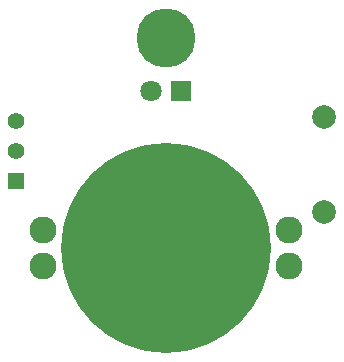
<source format=gbs>
%TF.GenerationSoftware,KiCad,Pcbnew,(5.1.10)-1*%
%TF.CreationDate,2022-03-19T19:01:51-07:00*%
%TF.ProjectId,project,70726f6a-6563-4742-9e6b-696361645f70,rev?*%
%TF.SameCoordinates,Original*%
%TF.FileFunction,Soldermask,Bot*%
%TF.FilePolarity,Negative*%
%FSLAX46Y46*%
G04 Gerber Fmt 4.6, Leading zero omitted, Abs format (unit mm)*
G04 Created by KiCad (PCBNEW (5.1.10)-1) date 2022-03-19 19:01:51*
%MOMM*%
%LPD*%
G01*
G04 APERTURE LIST*
%ADD10C,1.800000*%
%ADD11R,1.800000X1.800000*%
%ADD12C,1.998980*%
%ADD13C,5.000000*%
%ADD14C,2.286000*%
%ADD15C,17.780000*%
%ADD16R,1.397000X1.397000*%
%ADD17C,1.397000*%
G04 APERTURE END LIST*
D10*
%TO.C,D1*%
X173990000Y-79375000D03*
D11*
X176530000Y-79375000D03*
%TD*%
D12*
%TO.C,R1*%
X188595000Y-81598000D03*
X188595000Y-89598000D03*
%TD*%
D13*
%TO.C,REF\u002A\u002A*%
X175260000Y-74930000D03*
%TD*%
D14*
%TO.C,BT1*%
X185674000Y-94234000D03*
X164846000Y-94234000D03*
X185674000Y-91186000D03*
X164846000Y-91186000D03*
D15*
X175260000Y-92710000D03*
%TD*%
D16*
%TO.C,SW1*%
X162560000Y-86995000D03*
D17*
X162560000Y-84455000D03*
X162560000Y-81915000D03*
%TD*%
M02*

</source>
